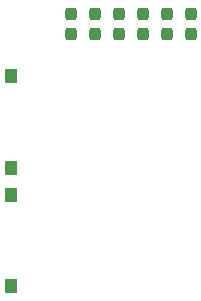
<source format=gbr>
%TF.GenerationSoftware,KiCad,Pcbnew,8.0.2-8.0.2-0~ubuntu24.04.1*%
%TF.CreationDate,2024-05-05T00:33:56+09:00*%
%TF.ProjectId,development_hat,64657665-6c6f-4706-9d65-6e745f686174,rev?*%
%TF.SameCoordinates,Original*%
%TF.FileFunction,Paste,Top*%
%TF.FilePolarity,Positive*%
%FSLAX46Y46*%
G04 Gerber Fmt 4.6, Leading zero omitted, Abs format (unit mm)*
G04 Created by KiCad (PCBNEW 8.0.2-8.0.2-0~ubuntu24.04.1) date 2024-05-05 00:33:56*
%MOMM*%
%LPD*%
G01*
G04 APERTURE LIST*
G04 Aperture macros list*
%AMRoundRect*
0 Rectangle with rounded corners*
0 $1 Rounding radius*
0 $2 $3 $4 $5 $6 $7 $8 $9 X,Y pos of 4 corners*
0 Add a 4 corners polygon primitive as box body*
4,1,4,$2,$3,$4,$5,$6,$7,$8,$9,$2,$3,0*
0 Add four circle primitives for the rounded corners*
1,1,$1+$1,$2,$3*
1,1,$1+$1,$4,$5*
1,1,$1+$1,$6,$7*
1,1,$1+$1,$8,$9*
0 Add four rect primitives between the rounded corners*
20,1,$1+$1,$2,$3,$4,$5,0*
20,1,$1+$1,$4,$5,$6,$7,0*
20,1,$1+$1,$6,$7,$8,$9,0*
20,1,$1+$1,$8,$9,$2,$3,0*%
G04 Aperture macros list end*
%ADD10RoundRect,0.237500X0.237500X-0.287500X0.237500X0.287500X-0.237500X0.287500X-0.237500X-0.287500X0*%
%ADD11R,1.000000X1.250000*%
G04 APERTURE END LIST*
D10*
%TO.C,D5*%
X46482000Y-93585000D03*
X46482000Y-91835000D03*
%TD*%
%TO.C,D2*%
X52578000Y-93585000D03*
X52578000Y-91835000D03*
%TD*%
%TO.C,D4*%
X48514000Y-93585000D03*
X48514000Y-91835000D03*
%TD*%
%TO.C,D6*%
X44450000Y-93585000D03*
X44450000Y-91835000D03*
%TD*%
D11*
%TO.C,SW3*%
X39370000Y-97155000D03*
X39370000Y-104905000D03*
%TD*%
%TO.C,SW4*%
X39370000Y-114935000D03*
X39370000Y-107185000D03*
%TD*%
D10*
%TO.C,D3*%
X50546000Y-93585000D03*
X50546000Y-91835000D03*
%TD*%
%TO.C,D1*%
X54610000Y-93585000D03*
X54610000Y-91835000D03*
%TD*%
M02*

</source>
